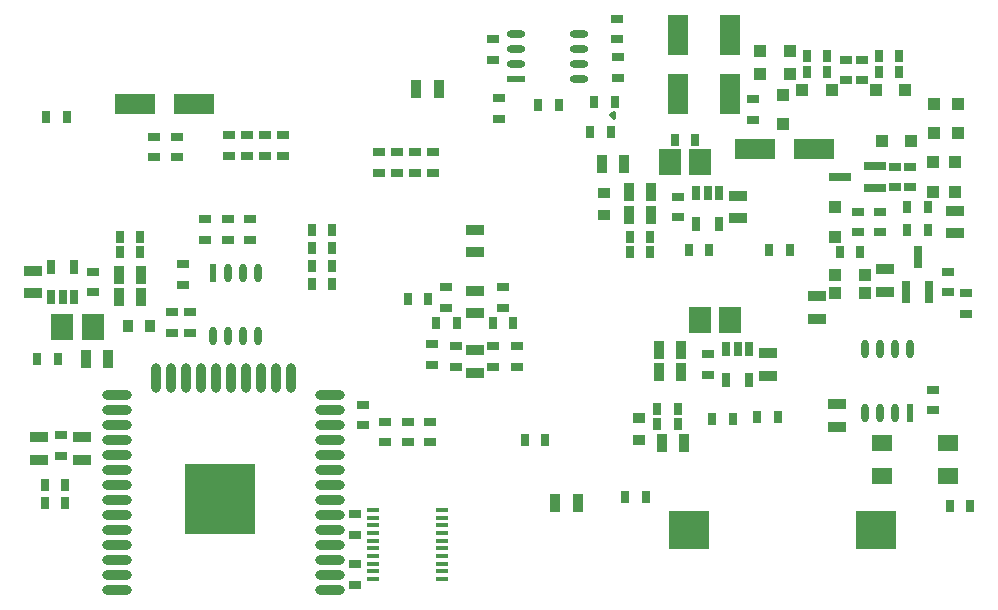
<source format=gbp>
G04 #@! TF.GenerationSoftware,KiCad,Pcbnew,5.0.0-rc2-dev-unknown+dfsg1+20180318-2*
G04 #@! TF.CreationDate,2018-05-20T11:16:33+02:00*
G04 #@! TF.ProjectId,ulx3s,756C7833732E6B696361645F70636200,rev?*
G04 #@! TF.SameCoordinates,Original*
G04 #@! TF.FileFunction,Paste,Bot*
G04 #@! TF.FilePolarity,Positive*
%FSLAX46Y46*%
G04 Gerber Fmt 4.6, Leading zero omitted, Abs format (unit mm)*
G04 Created by KiCad (PCBNEW 5.0.0-rc2-dev-unknown+dfsg1+20180318-2) date Sun May 20 11:16:33 2018*
%MOMM*%
%LPD*%
G01*
G04 APERTURE LIST*
%ADD10C,0.350000*%
%ADD11R,0.700000X1.200000*%
%ADD12R,1.000000X0.400000*%
%ADD13R,3.500000X3.300000*%
%ADD14R,0.600000X1.550000*%
%ADD15O,0.600000X1.550000*%
%ADD16O,2.500000X0.900000*%
%ADD17O,0.900000X2.500000*%
%ADD18R,6.000000X6.000000*%
%ADD19R,1.800000X1.400000*%
%ADD20R,0.970000X1.500000*%
%ADD21R,1.500000X0.970000*%
%ADD22R,0.670000X1.000000*%
%ADD23R,1.000000X0.670000*%
%ADD24R,1.825000X2.200000*%
%ADD25R,1.000000X1.000000*%
%ADD26R,0.800000X1.900000*%
%ADD27R,1.900000X0.800000*%
%ADD28R,3.500000X1.800000*%
%ADD29R,1.800000X3.500000*%
%ADD30R,1.000000X0.845000*%
%ADD31R,0.845000X1.000000*%
%ADD32R,1.550000X0.600000*%
%ADD33O,1.550000X0.600000*%
G04 APERTURE END LIST*
D10*
X150296000Y-71062000D02*
X150046000Y-70812000D01*
X150046000Y-70812000D02*
X150296000Y-70562000D01*
X150296000Y-70562000D02*
X150296000Y-71062000D01*
D11*
X159825000Y-90600000D03*
X160775000Y-90600000D03*
X161725000Y-90600000D03*
X161725000Y-93200000D03*
X159825000Y-93200000D03*
X104575000Y-86215000D03*
X103625000Y-86215000D03*
X102675000Y-86215000D03*
X102675000Y-83615000D03*
X104575000Y-83615000D03*
X157285000Y-77392000D03*
X158235000Y-77392000D03*
X159185000Y-77392000D03*
X159185000Y-79992000D03*
X157285000Y-79992000D03*
D12*
X135735000Y-104215000D03*
X135735000Y-104865000D03*
X135735000Y-105515000D03*
X135735000Y-106165000D03*
X135735000Y-106815000D03*
X135735000Y-107465000D03*
X135735000Y-108115000D03*
X135735000Y-108765000D03*
X135735000Y-109415000D03*
X135735000Y-110065000D03*
X129935000Y-110065000D03*
X129935000Y-109415000D03*
X129935000Y-108765000D03*
X129935000Y-108115000D03*
X129935000Y-107465000D03*
X129935000Y-106815000D03*
X129935000Y-106165000D03*
X129935000Y-105515000D03*
X129935000Y-104865000D03*
X129935000Y-104215000D03*
D13*
X172485000Y-105870000D03*
X156685000Y-105870000D03*
D14*
X175395000Y-96015000D03*
D15*
X174125000Y-96015000D03*
X172855000Y-96015000D03*
X171585000Y-96015000D03*
X171585000Y-90615000D03*
X172855000Y-90615000D03*
X174125000Y-90615000D03*
X175395000Y-90615000D03*
D14*
X116325000Y-84120000D03*
D15*
X117595000Y-84120000D03*
X118865000Y-84120000D03*
X120135000Y-84120000D03*
X120135000Y-89520000D03*
X118865000Y-89520000D03*
X117595000Y-89520000D03*
X116325000Y-89520000D03*
D16*
X126230000Y-111000000D03*
X126230000Y-109730000D03*
X126230000Y-108460000D03*
X126230000Y-107190000D03*
X126230000Y-105920000D03*
X126230000Y-104650000D03*
X126230000Y-103380000D03*
X126230000Y-102110000D03*
X126230000Y-100840000D03*
X126230000Y-99570000D03*
X126230000Y-98300000D03*
X126230000Y-97030000D03*
X126230000Y-95760000D03*
X126230000Y-94490000D03*
D17*
X122945000Y-93000000D03*
X121675000Y-93000000D03*
X120405000Y-93000000D03*
X119135000Y-93000000D03*
X117865000Y-93000000D03*
X116595000Y-93000000D03*
X115325000Y-93000000D03*
X114055000Y-93000000D03*
X112785000Y-93000000D03*
X111515000Y-93000000D03*
D16*
X108230000Y-94490000D03*
X108230000Y-95760000D03*
X108230000Y-97030000D03*
X108230000Y-98300000D03*
X108230000Y-99570000D03*
X108230000Y-100840000D03*
X108230000Y-102110000D03*
X108230000Y-103380000D03*
X108230000Y-104650000D03*
X108230000Y-105920000D03*
X108230000Y-107190000D03*
X108230000Y-108460000D03*
X108230000Y-109730000D03*
X108230000Y-111000000D03*
D18*
X116930000Y-103300000D03*
D19*
X178576000Y-98522000D03*
X172976000Y-98522000D03*
X172976000Y-101322000D03*
X178576000Y-101322000D03*
D20*
X133546000Y-68550000D03*
X135456000Y-68550000D03*
D21*
X101085000Y-83960000D03*
X101085000Y-85870000D03*
D22*
X153985000Y-96910000D03*
X155735000Y-96910000D03*
D20*
X156015000Y-90630000D03*
X154105000Y-90630000D03*
X154105000Y-92535000D03*
X156015000Y-92535000D03*
D21*
X163315000Y-90945000D03*
X163315000Y-92855000D03*
D22*
X151645000Y-82375000D03*
X153395000Y-82375000D03*
D20*
X153475000Y-79200000D03*
X151565000Y-79200000D03*
X153475000Y-77295000D03*
X151565000Y-77295000D03*
D21*
X160775000Y-79520000D03*
X160775000Y-77610000D03*
D22*
X108465000Y-81105000D03*
X110215000Y-81105000D03*
D20*
X108385000Y-84280000D03*
X110295000Y-84280000D03*
X110295000Y-86185000D03*
X108385000Y-86185000D03*
D21*
X173221000Y-83833000D03*
X173221000Y-85743000D03*
D23*
X175380000Y-76900000D03*
X175380000Y-75150000D03*
D21*
X105276000Y-99967000D03*
X105276000Y-98057000D03*
X167506000Y-88029000D03*
X167506000Y-86119000D03*
X138500000Y-90665000D03*
X138500000Y-92575000D03*
D23*
X150589600Y-64359000D03*
X150589600Y-62609000D03*
D21*
X138500000Y-82375000D03*
X138500000Y-80465000D03*
X138500000Y-87575000D03*
X138500000Y-85665000D03*
X101593000Y-99967000D03*
X101593000Y-98057000D03*
D20*
X154359000Y-98504000D03*
X156269000Y-98504000D03*
X105591000Y-91392000D03*
X107501000Y-91392000D03*
X151189000Y-74882000D03*
X149279000Y-74882000D03*
D23*
X140900000Y-87095000D03*
X140900000Y-85345000D03*
X136100000Y-87095000D03*
X136100000Y-85345000D03*
X136900000Y-92095000D03*
X136900000Y-90345000D03*
X140100000Y-90345000D03*
X140100000Y-92095000D03*
X142100000Y-92095000D03*
X142100000Y-90345000D03*
X134900000Y-90145000D03*
X134900000Y-91895000D03*
D22*
X135225000Y-88420000D03*
X136975000Y-88420000D03*
X140025000Y-88420000D03*
X141775000Y-88420000D03*
X163425000Y-82220000D03*
X165175000Y-82220000D03*
X158375000Y-82220000D03*
X156625000Y-82220000D03*
D23*
X177300000Y-94025000D03*
X177300000Y-95775000D03*
D20*
X145342000Y-103584000D03*
X147252000Y-103584000D03*
D22*
X103995000Y-70963000D03*
X102245000Y-70963000D03*
X103245000Y-91410000D03*
X101495000Y-91410000D03*
D23*
X180094000Y-87586000D03*
X180094000Y-85836000D03*
D22*
X180473000Y-103856000D03*
X178723000Y-103856000D03*
X158645000Y-96490000D03*
X160395000Y-96490000D03*
X132827200Y-86330000D03*
X134577200Y-86330000D03*
D21*
X169172000Y-95281000D03*
X169172000Y-97191000D03*
X179190000Y-80790000D03*
X179190000Y-78880000D03*
D24*
X157582500Y-88090000D03*
X160157500Y-88090000D03*
X103607500Y-88725000D03*
X106182500Y-88725000D03*
X157617500Y-74755000D03*
X155042500Y-74755000D03*
D25*
X169050000Y-84280000D03*
X171550000Y-84280000D03*
X169030000Y-78585000D03*
X169030000Y-81085000D03*
X171550000Y-85804000D03*
X169050000Y-85804000D03*
X179190000Y-74775000D03*
X179190000Y-77275000D03*
X177285000Y-77275000D03*
X177285000Y-74775000D03*
X172987000Y-72977000D03*
X175487000Y-72977000D03*
X164585000Y-69060000D03*
X164585000Y-71560000D03*
X168756000Y-68659000D03*
X166256000Y-68659000D03*
X174979000Y-68659000D03*
X172479000Y-68659000D03*
X165200000Y-67262000D03*
X162700000Y-67262000D03*
X162700000Y-65357000D03*
X165200000Y-65357000D03*
X177412000Y-72322000D03*
X177412000Y-69822000D03*
X179444000Y-69822000D03*
X179444000Y-72322000D03*
D26*
X176015000Y-82780000D03*
X175065000Y-85780000D03*
X176965000Y-85780000D03*
D27*
X172435000Y-75075000D03*
X172435000Y-76975000D03*
X169435000Y-76025000D03*
D28*
X114761000Y-69802000D03*
X109761000Y-69802000D03*
X167212000Y-73612000D03*
X162212000Y-73612000D03*
D29*
X155695000Y-69000000D03*
X155695000Y-64000000D03*
X160140000Y-69000000D03*
X160140000Y-64000000D03*
D23*
X113277000Y-74360000D03*
X113277000Y-72610000D03*
X111372000Y-72610000D03*
X111372000Y-74360000D03*
D22*
X155455000Y-72850000D03*
X157205000Y-72850000D03*
D23*
X171316000Y-66090000D03*
X171316000Y-67840000D03*
X169919000Y-67840000D03*
X169919000Y-66090000D03*
D22*
X174477000Y-65738000D03*
X172727000Y-65738000D03*
D23*
X128390000Y-106321000D03*
X128390000Y-104571000D03*
X117722000Y-72483000D03*
X117722000Y-74233000D03*
X119246000Y-74233000D03*
X119246000Y-72483000D03*
X120770000Y-72483000D03*
X120770000Y-74233000D03*
X122294000Y-74233000D03*
X122294000Y-72483000D03*
D22*
X145655000Y-69900000D03*
X143905000Y-69900000D03*
D30*
X152393000Y-96398500D03*
X152393000Y-98323500D03*
D31*
X111064500Y-88598000D03*
X109139500Y-88598000D03*
D30*
X149472000Y-77348500D03*
X149472000Y-79273500D03*
D22*
X166631000Y-65738000D03*
X168381000Y-65738000D03*
X124721000Y-85060000D03*
X126471000Y-85060000D03*
X126471000Y-83536000D03*
X124721000Y-83536000D03*
X126471000Y-82012000D03*
X124721000Y-82012000D03*
X124721000Y-80470000D03*
X126471000Y-80470000D03*
D23*
X130422000Y-73898000D03*
X130422000Y-75648000D03*
X131961000Y-75648000D03*
X131961000Y-73898000D03*
X133485000Y-73898000D03*
X133485000Y-75648000D03*
X135009000Y-75648000D03*
X135009000Y-73898000D03*
X113785000Y-83405000D03*
X113785000Y-85155000D03*
D22*
X151264000Y-103076000D03*
X153014000Y-103076000D03*
X164190000Y-96345000D03*
X162440000Y-96345000D03*
D23*
X178555000Y-85790000D03*
X178555000Y-84040000D03*
X112896000Y-89219000D03*
X112896000Y-87469000D03*
X170935000Y-80710000D03*
X170935000Y-78960000D03*
D22*
X103865000Y-102060000D03*
X102115000Y-102060000D03*
D23*
X114420000Y-89219000D03*
X114420000Y-87469000D03*
D22*
X171175000Y-82375000D03*
X169425000Y-82375000D03*
D23*
X172840000Y-80710000D03*
X172840000Y-78960000D03*
X162045000Y-69435000D03*
X162045000Y-71185000D03*
D22*
X175140000Y-80470000D03*
X176890000Y-80470000D03*
D23*
X174110000Y-75150000D03*
X174110000Y-76900000D03*
X128390000Y-110555000D03*
X128390000Y-108805000D03*
X119500000Y-79595000D03*
X119500000Y-81345000D03*
D22*
X176890000Y-78565000D03*
X175140000Y-78565000D03*
D23*
X140025500Y-66105000D03*
X140025500Y-64355000D03*
X140597000Y-71076000D03*
X140597000Y-69326000D03*
X150615000Y-65897000D03*
X150615000Y-67647000D03*
D22*
X150050000Y-72215000D03*
X148300000Y-72215000D03*
X150362000Y-69693000D03*
X148612000Y-69693000D03*
D23*
X129025000Y-95300000D03*
X129025000Y-97050000D03*
X117595000Y-79595000D03*
X117595000Y-81345000D03*
X115690000Y-81345000D03*
X115690000Y-79595000D03*
D22*
X142755000Y-98250000D03*
X144505000Y-98250000D03*
D23*
X132835000Y-98490000D03*
X132835000Y-96740000D03*
X130930000Y-96740000D03*
X130930000Y-98490000D03*
D22*
X103865000Y-103600000D03*
X102115000Y-103600000D03*
D23*
X103498000Y-99633000D03*
X103498000Y-97883000D03*
X134740000Y-96740000D03*
X134740000Y-98490000D03*
D22*
X166631000Y-67135000D03*
X168381000Y-67135000D03*
X172725000Y-67120000D03*
X174475000Y-67120000D03*
X155735000Y-95640000D03*
X153985000Y-95640000D03*
X108465000Y-82375000D03*
X110215000Y-82375000D03*
X153395000Y-81105000D03*
X151645000Y-81105000D03*
D23*
X158235000Y-91025000D03*
X158235000Y-92775000D03*
X106165000Y-85790000D03*
X106165000Y-84040000D03*
X155695000Y-77690000D03*
X155695000Y-79440000D03*
D32*
X141980000Y-67706500D03*
D33*
X141980000Y-66436500D03*
X141980000Y-65166500D03*
X141980000Y-63896500D03*
X147380000Y-63896500D03*
X147380000Y-65166500D03*
X147380000Y-66436500D03*
X147380000Y-67706500D03*
M02*

</source>
